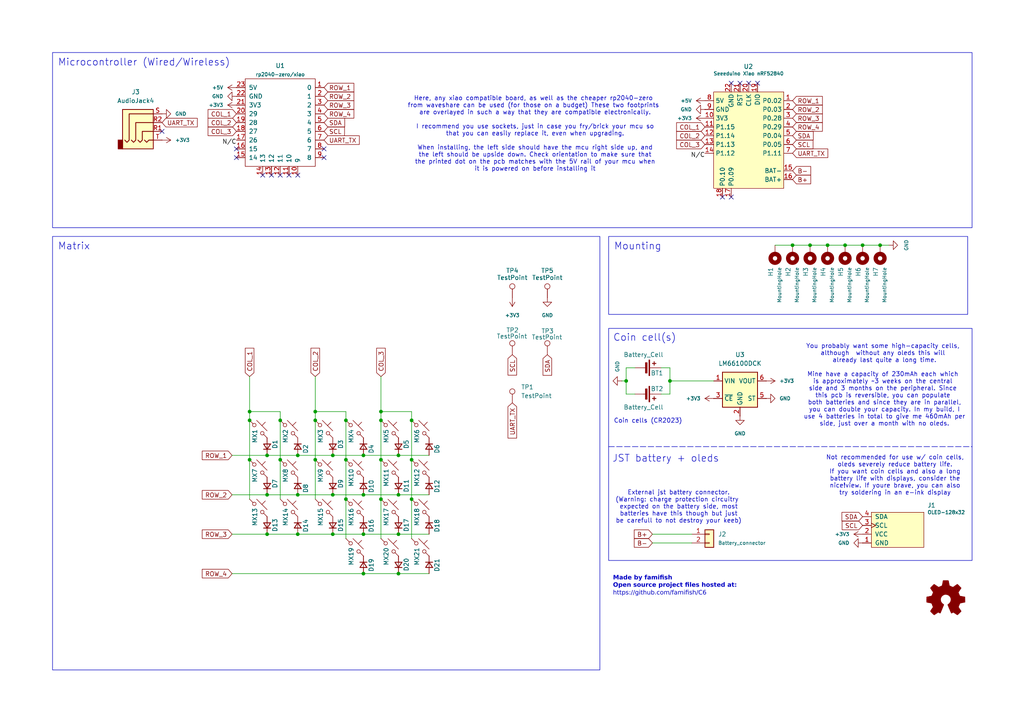
<source format=kicad_sch>
(kicad_sch (version 20231120) (generator "eeschema") (generator_version "8.0")
  (paper "A4")
  (title_block (title "C6") (rev "0.0.0"))
  (lib_symbols
    (symbol "Connector:TestPoint" (pin_numbers hide) (pin_names (offset 0.762) hide)
      (property "Reference" "TP" (at 0 6.858 0))
      (property "Value" "TestPoint" (at 0 5.08 0))
      (symbol "TestPoint_1_1"
        (pin passive line (at 0 0 90) (length 2.54) (name "1") (number "1"))
      )
    )
    (symbol "Connector_Audio:AudioJack4"
      (property "Reference" "J" (at 0 8.89 0))
      (property "Value" "AudioJack4" (at 0 6.35 0))
      (symbol "AudioJack4_1_1"
        (pin passive line (at 5.08 -2.54 180) (length 2.54) (name "~") (number "R1"))
        (pin passive line (at 5.08 0 180) (length 2.54) (name "~") (number "R2"))
        (pin passive line (at 5.08 2.54 180) (length 2.54) (name "~") (number "S"))
        (pin passive line (at 5.08 -5.08 180) (length 2.54) (name "~") (number "T"))
      )
    )
    (symbol "Connector_Generic:Conn_01x02" (pin_names (offset 1.016) hide)
      (property "Reference" "J" (at 0 2.54 0))
      (property "Value" "Conn_01x02" (at 0 -5.08 0))
      (symbol "Conn_01x02_1_1"
        (pin passive line (at -5.08 0 0) (length 3.81) (name "Pin_1") (number "1"))
        (pin passive line (at -5.08 -2.54 0) (length 3.81) (name "Pin_2") (number "2"))
      )
    )
    (symbol "Device:Battery_Cell" (pin_numbers hide) (pin_names (offset 0) hide)
      (property "Reference" "BT" (at 2.54 2.54 0))
      (property "Value" "Battery_Cell" (at 2.54 0 0))
      (symbol "Battery_Cell_1_1"
        (pin passive line (at 0 5.08 270) (length 2.54) (name "+") (number "1"))
        (pin passive line (at 0 -2.54 90) (length 2.54) (name "-") (number "2"))
      )
    )
    (symbol "Device:D_Small" (pin_numbers hide) (pin_names (offset 0.254) hide)
      (property "Reference" "D" (at -1.27 2.032 0))
      (property "Value" "D_Small" (at -3.81 -2.032 0))
      (symbol "D_Small_1_1"
        (pin passive line (at -2.54 0 0) (length 1.778) (name "K") (number "1"))
        (pin passive line (at 2.54 0 180) (length 1.778) (name "A") (number "2"))
      )
    )
    (symbol "Graphic:Logo_Open_Hardware_Small" (in_bom no) (on_board no))
    (symbol "Mechanical:MountingHole_Pad" (pin_numbers hide) (pin_names (offset 1.016) hide) (exclude_from_sim yes) (in_bom no)
      (property "Reference" "H" (at 0 6.35 0))
      (property "Value" "MountingHole_Pad" (at 0 4.445 0))
      (symbol "MountingHole_Pad_1_1"
        (pin input line (at 0 -2.54 90) (length 2.54) (name "1") (number "1"))
      )
    )
    (symbol "PCM_marbastlib-mx:MX_SW_solder" (pin_numbers hide) (pin_names (offset 1.016) hide)
      (property "Reference" "MX" (at 3.048 1.016 0))
      (property "Value" "MX_SW_solder" (at 0 -3.81 0))
      (symbol "MX_SW_solder_0_1"
        (pin passive line (at -2.54 2.54 0) (length 0) (name "1") (number "1"))
        (pin passive line (at 2.54 -2.54 180) (length 0) (name "2") (number "2"))
      )
    )
    (symbol "PCM_marbastlib-promicroish:Seeeduino_Xiao_nRF52840" (in_bom no)
      (property "Reference" "U" (at -10.16 -12.7 0))
      (property "Value" "Seeeduino Xiao nRF52840" (at -10.16 -15.24 0))
      (symbol "Seeeduino_Xiao_nRF52840_1_0"
        (pin bidirectional line (at -12.7 13.97 0) (length 2.54) (name "P0.02") (number "1"))
        (pin power_out line (at 12.7 8.89 180) (length 2.54) (name "3V3") (number "10"))
        (pin bidirectional line (at 12.7 6.35 180) (length 2.54) (name "P1.15") (number "11"))
        (pin bidirectional line (at 12.7 3.81 180) (length 2.54) (name "P1.14") (number "12"))
        (pin bidirectional line (at 12.7 1.27 180) (length 2.54) (name "P1.13") (number "13"))
        (pin bidirectional line (at 12.7 -1.27 180) (length 2.54) (name "P1.12") (number "14"))
        (pin power_in line (at -12.7 -6.35 0) (length 2.54) (name "BAT-") (number "15"))
        (pin power_in line (at -12.7 -8.89 0) (length 2.54) (name "BAT+") (number "16"))
        (pin bidirectional line (at 5.08 -13.97 90) (length 2.54) (name "P0.09") (number "17"))
        (pin bidirectional line (at 7.62 -13.97 90) (length 2.54) (name "P0.10") (number "18"))
        (pin bidirectional line (at -2.54 19.05 270) (length 2.54) (name "DIO") (number "19"))
        (pin bidirectional line (at -12.7 11.43 0) (length 2.54) (name "P0.03") (number "2"))
        (pin bidirectional line (at 0 19.05 270) (length 2.54) (name "CLK") (number "20"))
        (pin bidirectional line (at 2.54 19.05 270) (length 2.54) (name "RST") (number "21"))
        (pin power_out line (at 5.08 19.05 270) (length 2.54) (name "GND") (number "22"))
        (pin bidirectional line (at -12.7 8.89 0) (length 2.54) (name "P0.28") (number "3"))
        (pin bidirectional line (at -12.7 6.35 0) (length 2.54) (name "P0.29") (number "4"))
        (pin bidirectional line (at -12.7 3.81 0) (length 2.54) (name "P0.04") (number "5"))
        (pin bidirectional line (at -12.7 1.27 0) (length 2.54) (name "P0.05") (number "6"))
        (pin bidirectional line (at -12.7 -1.27 0) (length 2.54) (name "P1.11") (number "7"))
        (pin power_out line (at 12.7 13.97 180) (length 2.54) (name "5V") (number "8"))
        (pin power_out line (at 12.7 11.43 180) (length 2.54) (name "GND") (number "9"))
      )
    )
    (symbol "Power_Management:LM66100DCK"
      (property "Reference" "U" (at -5.08 6.096 0))
      (property "Value" "LM66100DCK" (at 0.254 -6.35 0))
      (symbol "LM66100DCK_1_1"
        (pin power_in line (at -7.62 2.54 0) (length 2.54) (name "VIN") (number "1"))
        (pin power_in line (at 0 -7.62 90) (length 2.54) (name "GND") (number "2"))
        (pin input line (at -7.62 -2.54 0) (length 2.54) (name "~{CE}") (number "3"))
        (pin no_connect line (at 0 5.08 270) (length 2.54) hide (name "NC") (number "4"))
        (pin open_collector line (at 7.62 -2.54 180) (length 2.54) (name "ST") (number "5"))
        (pin power_out line (at 7.62 2.54 180) (length 2.54) (name "VOUT") (number "6"))
      )
    )
    (symbol "display:OLED-128x32" (pin_names (offset 1.016))
      (property "Reference" "J" (at 0 -6.35 0))
      (property "Value" "OLED-128x32" (at 0 6.35 0))
      (symbol "OLED-128x32_1_1"
        (pin power_in line (at -2.54 -3.81 0) (length 2.54) (name "GND") (number "1"))
        (pin power_in line (at -2.54 -1.27 0) (length 2.54) (name "VCC") (number "2"))
        (pin input clock (at -2.54 1.27 0) (length 2.54) (name "SCL") (number "3"))
        (pin bidirectional line (at -2.54 3.81 0) (length 2.54) (name "SDA") (number "4"))
      )
    )
    (symbol "mcu:rp2040-zero" (pin_names (offset 1.016))
      (property "Reference" "U" (at 0 15.24 0))
      (property "Value" "rp2040-zero" (at 0 12.7 0))
      (symbol "rp2040-zero_1_1"
        (pin bidirectional line (at 12.7 8.89 180) (length 2.54) (name "0") (number "1"))
        (pin bidirectional line (at 5.08 -16.51 90) (length 2.54) (name "9") (number "10"))
        (pin bidirectional line (at 2.54 -16.51 90) (length 2.54) (name "10") (number "11"))
        (pin bidirectional line (at 0 -16.51 90) (length 2.54) (name "11") (number "12"))
        (pin bidirectional line (at -2.54 -16.51 90) (length 2.54) (name "12") (number "13"))
        (pin bidirectional line (at -5.08 -16.51 90) (length 2.54) (name "13") (number "14"))
        (pin bidirectional line (at -12.7 -11.43 0) (length 2.54) (name "14") (number "15"))
        (pin bidirectional line (at -12.7 -8.89 0) (length 2.54) (name "15") (number "16"))
        (pin bidirectional line (at -12.7 -6.35 0) (length 2.54) (name "26") (number "17"))
        (pin bidirectional line (at -12.7 -3.81 0) (length 2.54) (name "27") (number "18"))
        (pin bidirectional line (at -12.7 -1.27 0) (length 2.54) (name "28") (number "19"))
        (pin bidirectional line (at 12.7 6.35 180) (length 2.54) (name "1") (number "2"))
        (pin bidirectional line (at -12.7 1.27 0) (length 2.54) (name "29") (number "20"))
        (pin power_out line (at -12.7 3.81 0) (length 2.54) (name "3V3") (number "21"))
        (pin power_out line (at -12.7 6.35 0) (length 2.54) (name "GND") (number "22"))
        (pin power_out line (at -12.7 8.89 0) (length 2.54) (name "5V") (number "23"))
        (pin bidirectional line (at 12.7 3.81 180) (length 2.54) (name "2") (number "3"))
        (pin bidirectional line (at 12.7 1.27 180) (length 2.54) (name "3") (number "4"))
        (pin bidirectional line (at 12.7 -1.27 180) (length 2.54) (name "4") (number "5"))
        (pin bidirectional line (at 12.7 -3.81 180) (length 2.54) (name "5") (number "6"))
        (pin bidirectional line (at 12.7 -6.35 180) (length 2.54) (name "6") (number "7"))
        (pin bidirectional line (at 12.7 -8.89 180) (length 2.54) (name "7") (number "8"))
        (pin bidirectional line (at 12.7 -11.43 180) (length 2.54) (name "8") (number "9"))
      )
    )
    (symbol "power:+3V3" (power) (pin_numbers hide) (pin_names (offset 0) hide)
      (property "Value" "+3V3" (at 0 3.556 0))
      (symbol "+3V3_1_1"
        (pin power_in line (at 0 0 90) (length 0) (name "~") (number "1"))
      )
    )
    (symbol "power:+5V" (power) (pin_numbers hide) (pin_names (offset 0) hide)
      (property "Value" "+5V" (at 0 3.556 0))
      (symbol "+5V_1_1"
        (pin power_in line (at 0 0 90) (length 0) (name "~") (number "1"))
      )
    )
    (symbol "power:GND" (power) (pin_numbers hide) (pin_names (offset 0) hide)
      (property "Value" "GND" (at 0 -3.81 0))
      (symbol "GND_1_1"
        (pin power_in line (at 0 0 270) (length 0) (name "~") (number "1"))
      )
    )
  )
  (junction (at 105.41 154.94))
  (junction (at 72.39 119.38))
  (junction (at 96.52 143.51))
  (junction (at 91.44 133.35))
  (junction (at 110.49 119.38))
  (junction (at 96.52 154.94))
  (junction (at 255.27 71.12))
  (junction (at 72.39 121.92))
  (junction (at 81.28 133.35))
  (junction (at 72.39 133.35))
  (junction (at 86.36 132.08))
  (junction (at 110.49 133.35))
  (junction (at 96.52 132.08))
  (junction (at 100.33 121.92))
  (junction (at 240.03 71.12))
  (junction (at 81.28 121.92))
  (junction (at 77.47 154.94))
  (junction (at 86.36 143.51))
  (junction (at 110.49 121.92))
  (junction (at 229.87 71.12))
  (junction (at 181.61 110.49))
  (junction (at 105.41 166.37))
  (junction (at 105.41 143.51))
  (junction (at 115.57 166.37))
  (junction (at 119.38 133.35))
  (junction (at 194.31 110.49))
  (junction (at 77.47 132.08))
  (junction (at 100.33 144.78))
  (junction (at 245.11 71.12))
  (junction (at 115.57 154.94))
  (junction (at 234.95 71.12))
  (junction (at 91.44 121.92))
  (junction (at 105.41 132.08))
  (junction (at 115.57 143.51))
  (junction (at 250.19 71.12))
  (junction (at 115.57 132.08))
  (junction (at 119.38 144.78))
  (junction (at 91.44 119.38))
  (junction (at 77.47 143.51))
  (junction (at 86.36 154.94))
  (junction (at 110.49 144.78))
  (junction (at 100.33 133.35))
  (junction (at 119.38 121.92))
  (no_connect (at 68.58 45.72))
  (no_connect (at 214.63 24.13))
  (no_connect (at 93.98 43.18))
  (no_connect (at 86.36 50.8))
  (no_connect (at 68.58 43.18))
  (no_connect (at 212.09 24.13))
  (no_connect (at 78.74 50.8))
  (no_connect (at 76.2 50.8))
  (no_connect (at 212.09 57.15))
  (no_connect (at 83.82 50.8))
  (no_connect (at 219.71 24.13))
  (no_connect (at 81.28 50.8))
  (no_connect (at 209.55 57.15))
  (no_connect (at 217.17 24.13))
  (no_connect (at 93.98 45.72))
  (no_connect (at 46.99 38.1))
  (wire (pts (xy 67.31 166.37) (xy 105.41 166.37)))
  (wire (pts (xy 119.38 144.78) (xy 119.38 156.21)))
  (wire (pts (xy 100.33 144.78) (xy 100.33 156.21)))
  (wire (pts (xy 72.39 119.38) (xy 72.39 121.92)))
  (wire (pts (xy 110.49 121.92) (xy 110.49 133.35)))
  (wire (pts (xy 91.44 109.22) (xy 91.44 119.38)))
  (wire (pts (xy 81.28 121.92) (xy 81.28 133.35)))
  (wire (pts (xy 181.61 114.3) (xy 181.61 110.49)))
  (wire (pts (xy 115.57 154.94) (xy 124.46 154.94)))
  (wire (pts (xy 194.31 114.3) (xy 191.77 114.3)))
  (wire (pts (xy 189.23 154.94) (xy 200.66 154.94)))
  (wire (pts (xy 105.41 143.51) (xy 115.57 143.51)))
  (wire (pts (xy 110.49 119.38) (xy 119.38 119.38)))
  (wire (pts (xy 119.38 133.35) (xy 119.38 144.78)))
  (wire (pts (xy 67.31 132.08) (xy 77.47 132.08)))
  (wire (pts (xy 180.34 110.49) (xy 181.61 110.49)))
  (polyline (pts (xy 176.53 129.54) (xy 281.94 129.54)) (stroke (width 0) (type dash)))
  (wire (pts (xy 245.11 71.12) (xy 240.03 71.12)))
  (wire (pts (xy 257.81 71.12) (xy 255.27 71.12)))
  (wire (pts (xy 67.31 154.94) (xy 77.47 154.94)))
  (wire (pts (xy 110.49 119.38) (xy 110.49 121.92)))
  (wire (pts (xy 105.41 154.94) (xy 115.57 154.94)))
  (wire (pts (xy 96.52 132.08) (xy 105.41 132.08)))
  (wire (pts (xy 119.38 121.92) (xy 119.38 133.35)))
  (wire (pts (xy 72.39 121.92) (xy 72.39 133.35)))
  (wire (pts (xy 255.27 71.12) (xy 250.19 71.12)))
  (wire (pts (xy 77.47 132.08) (xy 86.36 132.08)))
  (wire (pts (xy 86.36 143.51) (xy 96.52 143.51)))
  (wire (pts (xy 181.61 106.68) (xy 184.15 106.68)))
  (wire (pts (xy 194.31 114.3) (xy 194.31 110.49)))
  (wire (pts (xy 234.95 71.12) (xy 229.87 71.12)))
  (wire (pts (xy 72.39 119.38) (xy 81.28 119.38)))
  (wire (pts (xy 200.66 157.48) (xy 189.23 157.48)))
  (wire (pts (xy 105.41 132.08) (xy 115.57 132.08)))
  (wire (pts (xy 110.49 133.35) (xy 110.49 144.78)))
  (wire (pts (xy 72.39 133.35) (xy 72.39 144.78)))
  (wire (pts (xy 194.31 110.49) (xy 194.31 106.68)))
  (wire (pts (xy 91.44 119.38) (xy 100.33 119.38)))
  (wire (pts (xy 240.03 71.12) (xy 234.95 71.12)))
  (wire (pts (xy 115.57 132.08) (xy 124.46 132.08)))
  (wire (pts (xy 181.61 110.49) (xy 181.61 106.68)))
  (wire (pts (xy 96.52 154.94) (xy 105.41 154.94)))
  (wire (pts (xy 77.47 154.94) (xy 86.36 154.94)))
  (wire (pts (xy 81.28 119.38) (xy 81.28 121.92)))
  (wire (pts (xy 100.33 119.38) (xy 100.33 121.92)))
  (wire (pts (xy 86.36 154.94) (xy 96.52 154.94)))
  (wire (pts (xy 119.38 119.38) (xy 119.38 121.92)))
  (wire (pts (xy 91.44 133.35) (xy 91.44 144.78)))
  (wire (pts (xy 81.28 133.35) (xy 81.28 144.78)))
  (wire (pts (xy 100.33 121.92) (xy 100.33 133.35)))
  (wire (pts (xy 91.44 119.38) (xy 91.44 121.92)))
  (wire (pts (xy 105.41 166.37) (xy 115.57 166.37)))
  (wire (pts (xy 96.52 143.51) (xy 105.41 143.51)))
  (wire (pts (xy 110.49 144.78) (xy 110.49 156.21)))
  (wire (pts (xy 72.39 109.22) (xy 72.39 119.38)))
  (wire (pts (xy 115.57 166.37) (xy 124.46 166.37)))
  (wire (pts (xy 67.31 143.51) (xy 77.47 143.51)))
  (wire (pts (xy 250.19 71.12) (xy 245.11 71.12)))
  (wire (pts (xy 194.31 110.49) (xy 207.01 110.49)))
  (wire (pts (xy 194.31 106.68) (xy 191.77 106.68)))
  (wire (pts (xy 110.49 109.22) (xy 110.49 119.38)))
  (wire (pts (xy 91.44 121.92) (xy 91.44 133.35)))
  (wire (pts (xy 100.33 133.35) (xy 100.33 144.78)))
  (wire (pts (xy 77.47 143.51) (xy 86.36 143.51)))
  (wire (pts (xy 229.87 71.12) (xy 224.79 71.12)))
  (wire (pts (xy 181.61 114.3) (xy 184.15 114.3)))
  (wire (pts (xy 115.57 143.51) (xy 124.46 143.51)))
  (wire (pts (xy 86.36 132.08) (xy 96.52 132.08)))
  (text_box "" (at 176.53 95.25 0) (size 105.41 67.31) (effects (font (size 2.032 2.032)) (justify left top)))
  (text_box "Mounting" (at 176.53 68.58 0) (size 104.14 22.606) (effects (font (size 2.032 2.032)) (justify left top)))
  (text_box "Microcontroller (Wired/Wireless)" (at 15.24 15.24 0) (size 266.7 50.8) (effects (font (size 2.032 2.032)) (justify left top)))
  (text_box "Matrix" (at 15.24 68.58 0) (size 158.75 125.73) (effects (font (size 2.032 2.032)) (justify left top)))
  (text "JST battery + oleds" (at 177.546 133.096 0) (effects (font (size 2.032 2.032)) (justify left)))
  (text "External jst battery connector.\n(Warning: charge protection circuitry \nexpected on the battery side, most\nbatteries have this though but just\nbe carefull to not destroy your keeb)" (at 196.85 147.066 0) (effects (font (size 1.27 1.27))))
  (text "You probably want some high-capacity cells, \nalthough  without any oleds this will \nalready last quite a long time.\n\nMine have a capacity of 230mAh each which \nis approximately ~3 weeks on the central \nside and 3 months on the peripheral. Since \nthis pcb is reversible, you can populate \nboth batteries and since they are in parallel,\nyou can double your capacity. In my build, I\nuse 4 batteries in total to give me 460mAh per\nside, just over a month with no oleds." (at 256.54 111.76 0) (effects (font (size 1.27 1.27))))
  (text "Made by famifish\nOpen source project files hosted at:" (at 177.8 169.164 0) (effects (font (size 1.27 1.27) (thickness 0.254) (bold yes) (italic yes)) (justify left)))
  (text "Coin cell(s)" (at 177.8 98.044 0) (effects (font (size 2.032 2.032)) (justify left)))
  (text "Not recommended for use w/ coin cells,\noleds severely reduce battery life.\nIf you want coin cells and also a long\nbattery life with displays, consider the\nnice!view. If youre brave, you can also\ntry soldering in an e-ink display" (at 259.588 137.922 0) (effects (font (size 1.27 1.27))))
  (text "https://github.com/famifish/C6" (at 177.8 172.466 0) (effects (font (size 1.27 1.27) (italic yes)) (justify left)))
  (text "Here, any xiao compatible board, as well as the cheaper rp2040-zero \nfrom waveshare can be used (for those on a budget) These two footprints \nare overlayed in such a way that they are compatible electronically.\n\nI recommend you use sockets, just in case you fry/brick your mcu so\nthat you can easily replace it, even when upgrading.\n\nWhen installing, the left side should have the mcu right side up, and\nthe left should be upside down. Check orientation to make sure that\nthe printed dot on the pcb matches with the 5V rail of your mcu when\nit is powered on before installing it" (at 155.194 38.862 0) (effects (font (size 1.27 1.27))))
  (text "Coin cells (CR2023)" (at 187.96 122.174 0) (effects (font (size 1.27 1.27))))
  (label "N{slash}C" (at 68.58 40.64 180))
  (label "N{slash}C" (at 204.47 44.45 180))
  (global_label "B-" (shape input) (at 189.23 157.48 180) (property "Intersheetrefs" "${INTERSHEET_REFS}" (effects (hide yes))))
  (global_label "B+" (shape input) (at 229.87 52.07 0) (property "Intersheetrefs" "${INTERSHEET_REFS}" (effects (hide yes))))
  (global_label "ROW_4" (shape input) (at 67.31 166.37 180) (property "Intersheetrefs" "${INTERSHEET_REFS}" (effects (hide yes))))
  (global_label "ROW_3" (shape input) (at 67.31 154.94 180) (property "Intersheetrefs" "${INTERSHEET_REFS}" (effects (hide yes))))
  (global_label "ROW_2" (shape input) (at 229.87 31.75 0) (property "Intersheetrefs" "${INTERSHEET_REFS}" (effects (hide yes))))
  (global_label "COL_1" (shape input) (at 204.47 36.83 180) (property "Intersheetrefs" "${INTERSHEET_REFS}" (effects (hide yes))))
  (global_label "SDA" (shape input) (at 158.75 102.87 270) (property "Intersheetrefs" "${INTERSHEET_REFS}" (effects (hide yes))))
  (global_label "ROW_3" (shape input) (at 93.98 30.48 0) (property "Intersheetrefs" "${INTERSHEET_REFS}" (effects (hide yes))))
  (global_label "COL_3" (shape input) (at 68.58 38.1 180) (property "Intersheetrefs" "${INTERSHEET_REFS}" (effects (hide yes))))
  (global_label "UART_TX" (shape input) (at 148.59 116.84 270) (property "Intersheetrefs" "${INTERSHEET_REFS}" (effects (hide yes))))
  (global_label "ROW_1" (shape input) (at 93.98 25.4 0) (property "Intersheetrefs" "${INTERSHEET_REFS}" (effects (hide yes))))
  (global_label "ROW_1" (shape input) (at 67.31 132.08 180) (property "Intersheetrefs" "${INTERSHEET_REFS}" (effects (hide yes))))
  (global_label "ROW_1" (shape input) (at 229.87 29.21 0) (property "Intersheetrefs" "${INTERSHEET_REFS}" (effects (hide yes))))
  (global_label "COL_2" (shape input) (at 91.44 109.22 90) (property "Intersheetrefs" "${INTERSHEET_REFS}" (effects (hide yes))))
  (global_label "SDA" (shape input) (at 229.87 39.37 0) (property "Intersheetrefs" "${INTERSHEET_REFS}" (effects (hide yes))))
  (global_label "B+" (shape input) (at 189.23 154.94 180) (property "Intersheetrefs" "${INTERSHEET_REFS}" (effects (hide yes))))
  (global_label "COL_3" (shape input) (at 110.49 109.22 90) (property "Intersheetrefs" "${INTERSHEET_REFS}" (effects (hide yes))))
  (global_label "ROW_2" (shape input) (at 93.98 27.94 0) (property "Intersheetrefs" "${INTERSHEET_REFS}" (effects (hide yes))))
  (global_label "ROW_2" (shape input) (at 67.31 143.51 180) (property "Intersheetrefs" "${INTERSHEET_REFS}" (effects (hide yes))))
  (global_label "B-" (shape input) (at 229.87 49.53 0) (property "Intersheetrefs" "${INTERSHEET_REFS}" (effects (hide yes))))
  (global_label "SCL" (shape input) (at 250.19 152.4 180) (property "Intersheetrefs" "${INTERSHEET_REFS}" (effects (hide yes))))
  (global_label "UART_TX" (shape input) (at 46.99 35.56 0) (property "Intersheetrefs" "${INTERSHEET_REFS}" (effects (hide yes))))
  (global_label "UART_TX" (shape input) (at 93.98 40.64 0) (property "Intersheetrefs" "${INTERSHEET_REFS}" (effects (hide yes))))
  (global_label "ROW_4" (shape input) (at 229.87 36.83 0) (property "Intersheetrefs" "${INTERSHEET_REFS}" (effects (hide yes))))
  (global_label "COL_1" (shape input) (at 68.58 33.02 180) (property "Intersheetrefs" "${INTERSHEET_REFS}" (effects (hide yes))))
  (global_label "COL_2" (shape input) (at 204.47 39.37 180) (property "Intersheetrefs" "${INTERSHEET_REFS}" (effects (hide yes))))
  (global_label "UART_TX" (shape input) (at 229.87 44.45 0) (property "Intersheetrefs" "${INTERSHEET_REFS}" (effects (hide yes))))
  (global_label "SDA" (shape input) (at 93.98 35.56 0) (property "Intersheetrefs" "${INTERSHEET_REFS}" (effects (hide yes))))
  (global_label "SCL" (shape input) (at 229.87 41.91 0) (property "Intersheetrefs" "${INTERSHEET_REFS}" (effects (hide yes))))
  (global_label "COL_2" (shape input) (at 68.58 35.56 180) (property "Intersheetrefs" "${INTERSHEET_REFS}" (effects (hide yes))))
  (global_label "ROW_3" (shape input) (at 229.87 34.29 0) (property "Intersheetrefs" "${INTERSHEET_REFS}" (effects (hide yes))))
  (global_label "SCL" (shape input) (at 148.59 102.87 270) (property "Intersheetrefs" "${INTERSHEET_REFS}" (effects (hide yes))))
  (global_label "COL_3" (shape input) (at 204.47 41.91 180) (property "Intersheetrefs" "${INTERSHEET_REFS}" (effects (hide yes))))
  (global_label "ROW_4" (shape input) (at 93.98 33.02 0) (property "Intersheetrefs" "${INTERSHEET_REFS}" (effects (hide yes))))
  (global_label "SDA" (shape input) (at 250.19 149.86 180) (property "Intersheetrefs" "${INTERSHEET_REFS}" (effects (hide yes))))
  (global_label "COL_1" (shape input) (at 72.39 109.22 90) (property "Intersheetrefs" "${INTERSHEET_REFS}" (effects (hide yes))))
  (global_label "SCL" (shape input) (at 93.98 38.1 0) (property "Intersheetrefs" "${INTERSHEET_REFS}" (effects (hide yes))))
  (symbol (lib_id "PCM_marbastlib-mx:MX_SW_solder") (at 83.82 135.89 0) (unit 1)
    (property "Reference" "MX8" (at 82.804 135.89 90) (effects (justify right)))
    (property "Value" "MX_SW_solder" (effects (hide yes)))
    (property "Footprint" "MX_V2_MX_Optional_Reversible:MX-Optional-Reversible-1U" (effects (hide yes)))
    (property "Description" "Push button switch, normally open, two pins, 45° tilted" (effects (hide yes)))
  )
  (symbol (lib_id "power:+3V3") (at 46.99 40.64 270) (unit 1)
    (property "Reference" "#PWR016" (effects (hide yes)))
    (property "Value" "+3V3" (at 50.8 40.6399 90) (effects (font (size 1.016 1.016)) (justify left)))
    (property "Description" "Power symbol creates a global label with name \"+3V3\"" (effects (hide yes)))
  )
  (symbol (lib_id "PCM_marbastlib-mx:MX_SW_solder") (at 121.92 124.46 0) (unit 1)
    (property "Reference" "MX6" (at 120.904 124.46 90) (effects (justify right)))
    (property "Value" "MX_SW_solder" (effects (hide yes)))
    (property "Footprint" "MX_V2_MX_Optional_Reversible:MX-Optional-Reversible-1U" (effects (hide yes)))
    (property "Description" "Push button switch, normally open, two pins, 45° tilted" (effects (hide yes)))
  )
  (symbol (lib_id "power:GND") (at 257.81 71.12 90) (unit 1)
    (property "Reference" "#PWR07" (effects (hide yes)))
    (property "Value" "GND" (at 262.89 71.12 0) (effects (font (size 1.016 1.016))))
    (property "Description" "Power symbol creates a global label with name \"GND\" , ground" (effects (hide yes)))
  )
  (symbol (lib_id "power:+3V3") (at 148.59 86.36 180) (unit 1)
    (property "Reference" "#PWR015" (effects (hide yes)))
    (property "Value" "+3V3" (at 148.59 91.44 0) (effects (font (size 1.016 1.016))))
    (property "Description" "Power symbol creates a global label with name \"+3V3\"" (effects (hide yes)))
  )
  (symbol (lib_id "Device:D_Small") (at 124.46 140.97 90) (mirror x) (unit 1)
    (property "Reference" "D12" (at 126.746 143.002 0) (effects (justify right)))
    (property "Value" "D_Small" (effects (hide yes)))
    (property "Footprint" "misc:Diode_THT_SMD" (effects (hide yes)))
    (property "Description" "Diode, small symbol" (effects (hide yes)))
    (property "Sim.Device" "D" (effects (hide yes)))
    (property "Sim.Pins" "1=K 2=A" (effects (hide yes)))
  )
  (symbol (lib_id "PCM_marbastlib-mx:MX_SW_solder") (at 113.03 124.46 0) (unit 1)
    (property "Reference" "MX5" (at 112.014 124.46 90) (effects (justify right)))
    (property "Value" "MX_SW_solder" (effects (hide yes)))
    (property "Footprint" "MX_V2_MX_Optional_Reversible:MX-Optional-Reversible-1U" (effects (hide yes)))
    (property "Description" "Push button switch, normally open, two pins, 45° tilted" (effects (hide yes)))
  )
  (symbol (lib_id "PCM_marbastlib-mx:MX_SW_solder") (at 113.03 135.89 0) (unit 1)
    (property "Reference" "MX11" (at 112.014 135.89 90) (effects (justify right)))
    (property "Value" "MX_SW_solder" (effects (hide yes)))
    (property "Footprint" "MX_V2_MX_Optional_Reversible:MX-Optional-Reversible-1U" (effects (hide yes)))
    (property "Description" "Push button switch, normally open, two pins, 45° tilted" (effects (hide yes)))
  )
  (symbol (lib_id "power:GND") (at 222.25 115.57 90) (unit 1)
    (property "Reference" "#PWR011" (effects (hide yes)))
    (property "Value" "GND" (at 226.06 115.5699 90) (effects (font (size 1.016 1.016)) (justify right)))
    (property "Description" "Power symbol creates a global label with name \"GND\" , ground" (effects (hide yes)))
  )
  (symbol (lib_id "Power_Management:LM66100DCK") (at 214.63 113.03 0) (unit 1)
    (property "Reference" "U3" (at 214.63 102.87 0))
    (property "Value" "LM66100DCK" (at 214.63 105.41 0))
    (property "Footprint" "Package_TO_SOT_SMD:SOT-363_SC-70-6_Handsoldering" (effects (hide yes)))
    (property "Datasheet" "https://www.ti.com/lit/ds/symlink/lm66100.pdf" (effects (hide yes)))
    (property "Description" "Ideal Diode With Input Polarity Protection 1.5 - 5.5V  Input Voltage, 1.5A Output Current, Ron 141 mOhm, SC-70-6" (effects (hide yes)))
  )
  (symbol (lib_id "Mechanical:MountingHole_Pad") (at 250.19 73.66 0) (mirror x) (unit 1) (exclude_from_sim yes) (in_bom no)
    (property "Reference" "H6" (at 248.9199 77.47 90) (effects (justify left)))
    (property "Value" "MountingHole" (at 251.4599 77.47 90) (effects (font (size 1.016 1.016)) (justify left)))
    (property "Footprint" "MountingHole:MountingHole_2.2mm_M2_Pad" (effects (hide yes)))
    (property "Description" "Mounting Hole with connection" (effects (hide yes)))
  )
  (symbol (lib_id "Connector:TestPoint") (at 158.75 102.87 0) (unit 1)
    (property "Reference" "TP3" (at 156.972 96.012 0) (effects (justify left)))
    (property "Value" "TestPoint" (at 154.178 97.79 0) (effects (justify left)))
    (property "Footprint" "TestPoint:TestPoint_Pad_D1.5mm" (effects (hide yes)))
    (property "Description" "test point" (effects (hide yes)))
  )
  (symbol (lib_id "PCM_marbastlib-mx:MX_SW_solder") (at 121.92 135.89 0) (unit 1)
    (property "Reference" "MX12" (at 120.904 135.89 90) (effects (justify right)))
    (property "Value" "MX_SW_solder" (effects (hide yes)))
    (property "Footprint" "MX_V2_MX_Optional_Reversible:MX-Optional-Reversible-1U" (effects (hide yes)))
    (property "Description" "Push button switch, normally open, two pins, 45° tilted" (effects (hide yes)))
  )
  (symbol (lib_id "PCM_marbastlib-mx:MX_SW_solder") (at 121.92 147.32 0) (unit 1)
    (property "Reference" "MX18" (at 120.904 147.32 90) (effects (justify right)))
    (property "Value" "MX_SW_solder" (effects (hide yes)))
    (property "Footprint" "MX_V2_MX_Optional_Reversible:MX-Optional-Reversible-1U" (effects (hide yes)))
    (property "Description" "Push button switch, normally open, two pins, 45° tilted" (effects (hide yes)))
  )
  (symbol (lib_id "Mechanical:MountingHole_Pad") (at 224.79 73.66 0) (mirror x) (unit 1) (exclude_from_sim yes) (in_bom no)
    (property "Reference" "H1" (at 223.5199 77.47 90) (effects (justify left)))
    (property "Value" "MountingHole" (at 226.0599 77.47 90) (effects (font (size 1.016 1.016)) (justify left)))
    (property "Footprint" "MountingHole:MountingHole_2.2mm_M2_Pad" (effects (hide yes)))
    (property "Description" "Mounting Hole with connection" (effects (hide yes)))
  )
  (symbol (lib_id "mcu:rp2040-zero") (at 81.28 34.29 0) (unit 1)
    (property "Reference" "U1" (at 81.28 19.05 0))
    (property "Value" "rp2040-zero/xiao" (at 81.28 21.59 0) (effects (font (size 1.016 1.016))))
    (property "Footprint" "mcu:rp2040-zero-tht" (effects (hide yes)))
  )
  (symbol (lib_id "Device:Battery_Cell") (at 186.69 114.3 270) (unit 1)
    (property "Reference" "BT2" (at 188.722 112.776 90) (effects (justify left)))
    (property "Value" "Battery_Cell" (at 180.848 118.11 90) (effects (justify left)))
    (property "Footprint" "misc:BatteryHolder_Keystone_3034_1x20mm_HandSolder_design" (effects (hide yes)))
    (property "Description" "Single-cell battery" (effects (hide yes)))
  )
  (symbol (lib_id "Device:D_Small") (at 86.36 152.4 90) (mirror x) (unit 1)
    (property "Reference" "D14" (at 88.646 154.432 0) (effects (justify right)))
    (property "Value" "D_Small" (effects (hide yes)))
    (property "Footprint" "misc:Diode_THT_SMD" (effects (hide yes)))
    (property "Description" "Diode, small symbol" (effects (hide yes)))
    (property "Sim.Device" "D" (effects (hide yes)))
    (property "Sim.Pins" "1=K 2=A" (effects (hide yes)))
  )
  (symbol (lib_id "power:GND") (at 250.19 157.48 270) (unit 1)
    (property "Reference" "#PWR014" (effects (hide yes)))
    (property "Value" "GND" (at 246.38 157.4799 90) (effects (font (size 1.016 1.016)) (justify right)))
    (property "Description" "Power symbol creates a global label with name \"GND\" , ground" (effects (hide yes)))
  )
  (symbol (lib_id "Device:D_Small") (at 86.36 140.97 90) (mirror x) (unit 1)
    (property "Reference" "D8" (at 88.646 143.002 0) (effects (justify right)))
    (property "Value" "D_Small" (effects (hide yes)))
    (property "Footprint" "misc:Diode_THT_SMD" (effects (hide yes)))
    (property "Description" "Diode, small symbol" (effects (hide yes)))
    (property "Sim.Device" "D" (effects (hide yes)))
    (property "Sim.Pins" "1=K 2=A" (effects (hide yes)))
  )
  (symbol (lib_id "PCM_marbastlib-mx:MX_SW_solder") (at 83.82 124.46 0) (unit 1)
    (property "Reference" "MX2" (at 82.804 124.46 90) (effects (justify right)))
    (property "Value" "MX_SW_solder" (effects (hide yes)))
    (property "Footprint" "MX_V2_MX_Optional_Reversible:MX-Optional-Reversible-1U" (effects (hide yes)))
    (property "Description" "Push button switch, normally open, two pins, 45° tilted" (effects (hide yes)))
  )
  (symbol (lib_id "Device:D_Small") (at 105.41 140.97 90) (mirror x) (unit 1)
    (property "Reference" "D10" (at 107.696 143.002 0) (effects (justify right)))
    (property "Value" "D_Small" (effects (hide yes)))
    (property "Footprint" "misc:Diode_THT_SMD" (effects (hide yes)))
    (property "Description" "Diode, small symbol" (effects (hide yes)))
    (property "Sim.Device" "D" (effects (hide yes)))
    (property "Sim.Pins" "1=K 2=A" (effects (hide yes)))
  )
  (symbol (lib_id "Device:Battery_Cell") (at 186.69 106.68 270) (mirror x) (unit 1)
    (property "Reference" "BT1" (at 188.722 108.204 90) (effects (justify left)))
    (property "Value" "Battery_Cell" (at 180.848 102.87 90) (effects (justify left)))
    (property "Footprint" "misc:BatteryHolder_Keystone_3034_1x20mm_HandSolder_design" (effects (hide yes)))
    (property "Description" "Single-cell battery" (effects (hide yes)))
  )
  (symbol (lib_id "Device:D_Small") (at 105.41 163.83 90) (mirror x) (unit 1)
    (property "Reference" "D19" (at 107.696 165.862 0) (effects (justify right)))
    (property "Value" "D_Small" (effects (hide yes)))
    (property "Footprint" "misc:Diode_THT_SMD" (effects (hide yes)))
    (property "Description" "Diode, small symbol" (effects (hide yes)))
    (property "Sim.Device" "D" (effects (hide yes)))
    (property "Sim.Pins" "1=K 2=A" (effects (hide yes)))
  )
  (symbol (lib_id "PCM_marbastlib-mx:MX_SW_solder") (at 74.93 147.32 0) (unit 1)
    (property "Reference" "MX13" (at 73.914 147.32 90) (effects (justify right)))
    (property "Value" "MX_SW_solder" (effects (hide yes)))
    (property "Footprint" "MX_V2_MX_Optional_Reversible:MX-Optional-Reversible-1U" (effects (hide yes)))
    (property "Description" "Push button switch, normally open, two pins, 45° tilted" (effects (hide yes)))
  )
  (symbol (lib_id "PCM_marbastlib-mx:MX_SW_solder") (at 102.87 158.75 0) (unit 1)
    (property "Reference" "MX19" (at 101.854 158.75 90) (effects (justify right)))
    (property "Value" "MX_SW_solder" (effects (hide yes)))
    (property "Footprint" "MX_V2_MX_Optional_Reversible:MX-Optional-Reversible-1.5U" (effects (hide yes)))
    (property "Description" "Push button switch, normally open, two pins, 45° tilted" (effects (hide yes)))
  )
  (symbol (lib_id "power:+5V") (at 68.58 25.4 90) (mirror x) (unit 1)
    (property "Reference" "#PWR01" (effects (hide yes)))
    (property "Value" "+5V" (at 64.77 25.4001 90) (effects (font (size 1.016 1.016)) (justify left)))
    (property "Description" "Power symbol creates a global label with name \"+5V\"" (effects (hide yes)))
  )
  (symbol (lib_id "Connector:TestPoint") (at 148.59 116.84 0) (unit 1)
    (property "Reference" "TP1" (at 151.13 112.2679 0) (effects (justify left)))
    (property "Value" "TestPoint" (at 151.13 114.8079 0) (effects (justify left)))
    (property "Footprint" "TestPoint:TestPoint_Pad_D1.5mm" (effects (hide yes)))
    (property "Description" "test point" (effects (hide yes)))
  )
  (symbol (lib_id "PCM_marbastlib-mx:MX_SW_solder") (at 83.82 147.32 0) (unit 1)
    (property "Reference" "MX14" (at 82.804 147.32 90) (effects (justify right)))
    (property "Value" "MX_SW_solder" (effects (hide yes)))
    (property "Footprint" "MX_V2_MX_Optional_Reversible:MX-Optional-Reversible-1U" (effects (hide yes)))
    (property "Description" "Push button switch, normally open, two pins, 45° tilted" (effects (hide yes)))
  )
  (symbol (lib_id "power:GND") (at 180.34 110.49 270) (unit 1)
    (property "Reference" "#PWR08" (effects (hide yes)))
    (property "Value" "GND" (at 179.0699 107.95 0) (effects (font (size 1.016 1.016)) (justify right)))
    (property "Description" "Power symbol creates a global label with name \"GND\" , ground" (effects (hide yes)))
  )
  (symbol (lib_id "Mechanical:MountingHole_Pad") (at 255.27 73.66 0) (mirror x) (unit 1) (exclude_from_sim yes) (in_bom no)
    (property "Reference" "H7" (at 253.9999 77.47 90) (effects (justify left)))
    (property "Value" "MountingHole" (at 256.5399 77.47 90) (effects (font (size 1.016 1.016)) (justify left)))
    (property "Footprint" "MountingHole:MountingHole_2.2mm_M2_Pad" (effects (hide yes)))
    (property "Description" "Mounting Hole with connection" (effects (hide yes)))
  )
  (symbol (lib_id "Device:D_Small") (at 77.47 152.4 90) (unit 1)
    (property "Reference" "D13" (at 79.756 150.368 0) (effects (justify right)))
    (property "Value" "D_Small" (effects (hide yes)))
    (property "Footprint" "misc:Diode_THT_SMD" (effects (hide yes)))
    (property "Description" "Diode, small symbol" (effects (hide yes)))
    (property "Sim.Device" "D" (effects (hide yes)))
    (property "Sim.Pins" "1=K 2=A" (effects (hide yes)))
  )
  (symbol (lib_id "power:+3V3") (at 207.01 115.57 90) (unit 1)
    (property "Reference" "#PWR010" (effects (hide yes)))
    (property "Value" "+3V3" (at 203.2 115.5699 90) (effects (font (size 1.016 1.016)) (justify left)))
    (property "Description" "Power symbol creates a global label with name \"+3V3\"" (effects (hide yes)))
  )
  (symbol (lib_id "Device:D_Small") (at 96.52 152.4 90) (unit 1)
    (property "Reference" "D15" (at 98.806 150.368 0) (effects (justify right)))
    (property "Value" "D_Small" (effects (hide yes)))
    (property "Footprint" "misc:Diode_THT_SMD" (effects (hide yes)))
    (property "Description" "Diode, small symbol" (effects (hide yes)))
    (property "Sim.Device" "D" (effects (hide yes)))
    (property "Sim.Pins" "1=K 2=A" (effects (hide yes)))
  )
  (symbol (lib_id "Device:D_Small") (at 77.47 140.97 90) (unit 1)
    (property "Reference" "D7" (at 79.756 138.938 0) (effects (justify right)))
    (property "Value" "D_Small" (effects (hide yes)))
    (property "Footprint" "misc:Diode_THT_SMD" (effects (hide yes)))
    (property "Description" "Diode, small symbol" (effects (hide yes)))
    (property "Sim.Device" "D" (effects (hide yes)))
    (property "Sim.Pins" "1=K 2=A" (effects (hide yes)))
  )
  (symbol (lib_id "Device:D_Small") (at 105.41 152.4 90) (mirror x) (unit 1)
    (property "Reference" "D16" (at 107.696 154.432 0) (effects (justify right)))
    (property "Value" "D_Small" (effects (hide yes)))
    (property "Footprint" "misc:Diode_THT_SMD" (effects (hide yes)))
    (property "Description" "Diode, small symbol" (effects (hide yes)))
    (property "Sim.Device" "D" (effects (hide yes)))
    (property "Sim.Pins" "1=K 2=A" (effects (hide yes)))
  )
  (symbol (lib_id "PCM_marbastlib-mx:MX_SW_solder") (at 74.93 135.89 0) (unit 1)
    (property "Reference" "MX7" (at 73.914 135.89 90) (effects (justify right)))
    (property "Value" "MX_SW_solder" (effects (hide yes)))
    (property "Footprint" "MX_V2_MX_Optional_Reversible:MX-Optional-Reversible-1U" (effects (hide yes)))
    (property "Description" "Push button switch, normally open, two pins, 45° tilted" (effects (hide yes)))
  )
  (symbol (lib_id "Graphic:Logo_Open_Hardware_Small") (at 274.32 173.99 0) (unit 1) (exclude_from_sim yes) (in_bom no) (on_board no)
    (property "Reference" "#SYM1" (effects (hide yes)))
    (property "Value" "Logo_Open_Hardware_Small" (effects (hide yes)))
    (property "Footprint" "Symbol:OSHW-Symbol_6.7x6mm_SilkScreen" (effects (hide yes)))
    (property "Description" "Open Hardware logo, small" (effects (hide yes)))
  )
  (symbol (lib_id "Device:D_Small") (at 124.46 152.4 90) (mirror x) (unit 1)
    (property "Reference" "D18" (at 126.746 154.432 0) (effects (justify right)))
    (property "Value" "D_Small" (effects (hide yes)))
    (property "Footprint" "misc:Diode_THT_SMD" (effects (hide yes)))
    (property "Description" "Diode, small symbol" (effects (hide yes)))
    (property "Sim.Device" "D" (effects (hide yes)))
    (property "Sim.Pins" "1=K 2=A" (effects (hide yes)))
  )
  (symbol (lib_id "Device:D_Small") (at 115.57 163.83 90) (unit 1)
    (property "Reference" "D20" (at 117.856 161.798 0) (effects (justify right)))
    (property "Value" "D_Small" (effects (hide yes)))
    (property "Footprint" "misc:Diode_THT_SMD" (effects (hide yes)))
    (property "Description" "Diode, small symbol" (effects (hide yes)))
    (property "Sim.Device" "D" (effects (hide yes)))
    (property "Sim.Pins" "1=K 2=A" (effects (hide yes)))
  )
  (symbol (lib_id "display:OLED-128x32") (at 252.73 153.67 0) (unit 1)
    (property "Reference" "J1" (at 268.986 146.558 0) (effects (justify left)))
    (property "Value" "OLED-128x32" (at 268.986 148.59 0) (effects (font (size 1.016 1.016)) (justify left)))
    (property "Footprint" "display:OLED-128x32-double-sided" (effects (hide yes)))
  )
  (symbol (lib_id "PCM_marbastlib-mx:MX_SW_solder") (at 93.98 147.32 0) (unit 1)
    (property "Reference" "MX15" (at 92.964 147.32 90) (effects (justify right)))
    (property "Value" "MX_SW_solder" (effects (hide yes)))
    (property "Footprint" "MX_V2_MX_Optional_Reversible:MX-Optional-Reversible-1U" (effects (hide yes)))
    (property "Description" "Push button switch, normally open, two pins, 45° tilted" (effects (hide yes)))
  )
  (symbol (lib_id "power:+3V3") (at 204.47 34.29 90) (unit 1)
    (property "Reference" "#PWR06" (effects (hide yes)))
    (property "Value" "+3V3" (at 200.66 34.2899 90) (effects (font (size 1.016 1.016)) (justify left)))
    (property "Description" "Power symbol creates a global label with name \"+3V3\"" (effects (hide yes)))
  )
  (symbol (lib_id "Device:D_Small") (at 124.46 129.54 90) (mirror x) (unit 1)
    (property "Reference" "D6" (at 126.746 131.572 0) (effects (justify right)))
    (property "Value" "D_Small" (effects (hide yes)))
    (property "Footprint" "misc:Diode_THT_SMD" (effects (hide yes)))
    (property "Description" "Diode, small symbol" (effects (hide yes)))
    (property "Sim.Device" "D" (effects (hide yes)))
    (property "Sim.Pins" "1=K 2=A" (effects (hide yes)))
  )
  (symbol (lib_id "PCM_marbastlib-mx:MX_SW_solder") (at 93.98 124.46 0) (unit 1)
    (property "Reference" "MX3" (at 92.964 124.46 90) (effects (justify right)))
    (property "Value" "MX_SW_solder" (effects (hide yes)))
    (property "Footprint" "MX_V2_MX_Optional_Reversible:MX-Optional-Reversible-1U" (effects (hide yes)))
    (property "Description" "Push button switch, normally open, two pins, 45° tilted" (effects (hide yes)))
  )
  (symbol (lib_id "Device:D_Small") (at 96.52 140.97 90) (unit 1)
    (property "Reference" "D9" (at 98.806 138.938 0) (effects (justify right)))
    (property "Value" "D_Small" (effects (hide yes)))
    (property "Footprint" "misc:Diode_THT_SMD" (effects (hide yes)))
    (property "Description" "Diode, small symbol" (effects (hide yes)))
    (property "Sim.Device" "D" (effects (hide yes)))
    (property "Sim.Pins" "1=K 2=A" (effects (hide yes)))
  )
  (symbol (lib_id "Device:D_Small") (at 115.57 129.54 90) (unit 1)
    (property "Reference" "D5" (at 117.856 127.508 0) (effects (justify right)))
    (property "Value" "D_Small" (effects (hide yes)))
    (property "Footprint" "misc:Diode_THT_SMD" (effects (hide yes)))
    (property "Description" "Diode, small symbol" (effects (hide yes)))
    (property "Sim.Device" "D" (effects (hide yes)))
    (property "Sim.Pins" "1=K 2=A" (effects (hide yes)))
  )
  (symbol (lib_id "PCM_marbastlib-mx:MX_SW_solder") (at 121.92 158.75 0) (unit 1)
    (property "Reference" "MX21" (at 120.904 158.75 90) (effects (justify right)))
    (property "Value" "MX_SW_solder" (effects (hide yes)))
    (property "Footprint" "MX_V2_MX_Optional_Reversible:MX-Optional-Reversible-1.5U" (effects (hide yes)))
    (property "Description" "Push button switch, normally open, two pins, 45° tilted" (effects (hide yes)))
  )
  (symbol (lib_id "Connector:TestPoint") (at 148.59 86.36 0) (unit 1)
    (property "Reference" "TP4" (at 148.59 78.486 0))
    (property "Value" "TestPoint" (at 148.59 80.518 0))
    (property "Footprint" "TestPoint:TestPoint_Pad_D1.5mm" (effects (hide yes)))
    (property "Description" "test point" (effects (hide yes)))
  )
  (symbol (lib_id "PCM_marbastlib-mx:MX_SW_solder") (at 74.93 124.46 0) (unit 1)
    (property "Reference" "MX1" (at 73.914 124.46 90) (effects (justify right)))
    (property "Value" "MX_SW_solder" (effects (hide yes)))
    (property "Footprint" "MX_V2_MX_Optional_Reversible:MX-Optional-Reversible-1U" (effects (hide yes)))
    (property "Description" "Push button switch, normally open, two pins, 45° tilted" (effects (hide yes)))
  )
  (symbol (lib_id "Mechanical:MountingHole_Pad") (at 240.03 73.66 0) (mirror x) (unit 1) (exclude_from_sim yes) (in_bom no)
    (property "Reference" "H4" (at 238.7599 77.47 90) (effects (justify left)))
    (property "Value" "MountingHole" (at 241.2999 77.47 90) (effects (font (size 1.016 1.016)) (justify left)))
    (property "Footprint" "MountingHole:MountingHole_2.2mm_M2_Pad" (effects (hide yes)))
    (property "Description" "Mounting Hole with connection" (effects (hide yes)))
  )
  (symbol (lib_id "PCM_marbastlib-promicroish:Seeeduino_Xiao_nRF52840") (at 217.17 43.18 0) (mirror y) (unit 1) (in_bom no)
    (property "Reference" "U2" (at 218.44 19.304 0) (effects (justify left)))
    (property "Value" "Seeeduino Xiao nRF52840" (at 227.33 21.336 0) (effects (font (size 1.016 1.016)) (justify left)))
    (property "Footprint" "PCM_marbastlib-xp-promicroish:Xiao_nRF52840_AH_Pogo" (effects (hide yes)))
    (property "Description" "Symbol for a Seeeduino Xiao nRF52840" (effects (hide yes)))
  )
  (symbol (lib_id "power:GND") (at 214.63 120.65 0) (unit 1)
    (property "Reference" "#PWR012" (effects (hide yes)))
    (property "Value" "GND" (at 214.63 125.73 0) (effects (font (size 1.016 1.016))))
    (property "Description" "Power symbol creates a global label with name \"GND\" , ground" (effects (hide yes)))
  )
  (symbol (lib_id "Connector_Generic:Conn_01x02") (at 205.74 154.94 0) (unit 1)
    (property "Reference" "J2" (at 208.28 154.9399 0) (effects (justify left)))
    (property "Value" "Battery_connector" (at 208.28 157.4799 0) (effects (font (size 1.016 1.016)) (justify left)))
    (property "Footprint" "misc:JST_PH_S2B-PH-K_1x02_P2.00mm_Horizontal_Reversible" (effects (hide yes)))
    (property "Description" "Generic connector, single row, 01x02, script generated (kicad-library-utils/schlib/autogen/connector/)" (effects (hide yes)))
  )
  (symbol (lib_id "PCM_marbastlib-mx:MX_SW_solder") (at 102.87 147.32 0) (unit 1)
    (property "Reference" "MX16" (at 101.854 147.32 90) (effects (justify right)))
    (property "Value" "MX_SW_solder" (effects (hide yes)))
    (property "Footprint" "MX_V2_MX_Optional_Reversible:MX-Optional-Reversible-1U" (effects (hide yes)))
    (property "Description" "Push button switch, normally open, two pins, 45° tilted" (effects (hide yes)))
  )
  (symbol (lib_id "Device:D_Small") (at 124.46 163.83 90) (mirror x) (unit 1)
    (property "Reference" "D21" (at 126.746 165.862 0) (effects (justify right)))
    (property "Value" "D_Small" (effects (hide yes)))
    (property "Footprint" "misc:Diode_THT_SMD" (effects (hide yes)))
    (property "Description" "Diode, small symbol" (effects (hide yes)))
    (property "Sim.Device" "D" (effects (hide yes)))
    (property "Sim.Pins" "1=K 2=A" (effects (hide yes)))
  )
  (symbol (lib_id "Connector:TestPoint") (at 148.59 102.87 0) (unit 1)
    (property "Reference" "TP2" (at 146.812 95.758 0) (effects (justify left)))
    (property "Value" "TestPoint" (at 144.018 97.536 0) (effects (justify left)))
    (property "Footprint" "TestPoint:TestPoint_Pad_D1.5mm" (effects (hide yes)))
    (property "Description" "test point" (effects (hide yes)))
  )
  (symbol (lib_id "Device:D_Small") (at 115.57 140.97 90) (unit 1)
    (property "Reference" "D11" (at 117.856 138.938 0) (effects (justify right)))
    (property "Value" "D_Small" (effects (hide yes)))
    (property "Footprint" "misc:Diode_THT_SMD" (effects (hide yes)))
    (property "Description" "Diode, small symbol" (effects (hide yes)))
    (property "Sim.Device" "D" (effects (hide yes)))
    (property "Sim.Pins" "1=K 2=A" (effects (hide yes)))
  )
  (symbol (lib_id "Mechanical:MountingHole_Pad") (at 234.95 73.66 0) (mirror x) (unit 1) (exclude_from_sim yes) (in_bom no)
    (property "Reference" "H3" (at 233.6799 77.47 90) (effects (justify left)))
    (property "Value" "MountingHole" (at 236.2199 77.47 90) (effects (font (size 1.016 1.016)) (justify left)))
    (property "Footprint" "MountingHole:MountingHole_2.2mm_M2_Pad" (effects (hide yes)))
    (property "Description" "Mounting Hole with connection" (effects (hide yes)))
  )
  (symbol (lib_id "PCM_marbastlib-mx:MX_SW_solder") (at 93.98 135.89 0) (unit 1)
    (property "Reference" "MX9" (at 92.964 135.89 90) (effects (justify right)))
    (property "Value" "MX_SW_solder" (effects (hide yes)))
    (property "Footprint" "MX_V2_MX_Optional_Reversible:MX-Optional-Reversible-1U" (effects (hide yes)))
    (property "Description" "Push button switch, normally open, two pins, 45° tilted" (effects (hide yes)))
  )
  (symbol (lib_id "power:GND") (at 158.75 86.36 0) (unit 1)
    (property "Reference" "#PWR017" (effects (hide yes)))
    (property "Value" "GND" (at 158.75 91.44 0) (effects (font (size 1.016 1.016))))
    (property "Description" "Power symbol creates a global label with name \"GND\" , ground" (effects (hide yes)))
  )
  (symbol (lib_id "power:+5V") (at 204.47 29.21 90) (mirror x) (unit 1)
    (property "Reference" "#PWR03" (effects (hide yes)))
    (property "Value" "+5V" (at 200.66 29.2101 90) (effects (font (size 1.016 1.016)) (justify left)))
    (property "Description" "Power symbol creates a global label with name \"+5V\"" (effects (hide yes)))
  )
  (symbol (lib_id "Mechanical:MountingHole_Pad") (at 245.11 73.66 0) (mirror x) (unit 1) (exclude_from_sim yes) (in_bom no)
    (property "Reference" "H5" (at 243.8399 77.47 90) (effects (justify left)))
    (property "Value" "MountingHole" (at 246.3799 77.47 90) (effects (font (size 1.016 1.016)) (justify left)))
    (property "Footprint" "MountingHole:MountingHole_2.2mm_M2_Pad" (effects (hide yes)))
    (property "Description" "Mounting Hole with connection" (effects (hide yes)))
  )
  (symbol (lib_id "Connector:TestPoint") (at 158.75 86.36 0) (unit 1)
    (property "Reference" "TP5" (at 158.75 78.486 0))
    (property "Value" "TestPoint" (at 158.75 80.518 0))
    (property "Footprint" "TestPoint:TestPoint_Pad_D1.5mm" (effects (hide yes)))
    (property "Description" "test point" (effects (hide yes)))
  )
  (symbol (lib_id "power:+3V3") (at 250.19 154.94 90) (unit 1)
    (property "Reference" "#PWR013" (effects (hide yes)))
    (property "Value" "+3V3" (at 246.38 154.9399 90) (effects (font (size 1.016 1.016)) (justify left)))
    (property "Description" "Power symbol creates a global label with name \"+3V3\"" (effects (hide yes)))
  )
  (symbol (lib_id "PCM_marbastlib-mx:MX_SW_solder") (at 113.03 158.75 0) (unit 1)
    (property "Reference" "MX20" (at 112.014 158.75 90) (effects (justify right)))
    (property "Value" "MX_SW_solder" (effects (hide yes)))
    (property "Footprint" "MX_V2_MX_Optional_Reversible:MX-Optional-Reversible-1U" (effects (hide yes)))
    (property "Description" "Push button switch, normally open, two pins, 45° tilted" (effects (hide yes)))
  )
  (symbol (lib_id "PCM_marbastlib-mx:MX_SW_solder") (at 102.87 124.46 0) (unit 1)
    (property "Reference" "MX4" (at 101.854 124.46 90) (effects (justify right)))
    (property "Value" "MX_SW_solder" (effects (hide yes)))
    (property "Footprint" "MX_V2_MX_Optional_Reversible:MX-Optional-Reversible-1U" (effects (hide yes)))
    (property "Description" "Push button switch, normally open, two pins, 45° tilted" (effects (hide yes)))
  )
  (symbol (lib_id "power:GND") (at 68.58 27.94 270) (unit 1)
    (property "Reference" "#PWR02" (effects (hide yes)))
    (property "Value" "GND" (at 64.77 27.9399 90) (effects (font (size 1.016 1.016)) (justify right)))
    (property "Description" "Power symbol creates a global label with name \"GND\" , ground" (effects (hide yes)))
  )
  (symbol (lib_id "power:GND") (at 204.47 31.75 270) (unit 1)
    (property "Reference" "#PWR05" (effects (hide yes)))
    (property "Value" "GND" (at 200.66 31.7499 90) (effects (font (size 1.016 1.016)) (justify right)))
    (property "Description" "Power symbol creates a global label with name \"GND\" , ground" (effects (hide yes)))
  )
  (symbol (lib_id "Connector_Audio:AudioJack4") (at 41.91 35.56 0) (unit 1)
    (property "Reference" "J3" (at 39.37 26.67 0))
    (property "Value" "AudioJack4" (at 39.37 29.21 0))
    (property "Footprint" "PCM_marbastlib-xp-various:CON_MJ-4PP-9_Reversible" (effects (hide yes)))
    (property "Description" "Audio Jack, 4 Poles (TRRS)" (effects (hide yes)))
  )
  (symbol (lib_id "Device:D_Small") (at 86.36 129.54 90) (mirror x) (unit 1)
    (property "Reference" "D2" (at 88.646 131.572 0) (effects (justify right)))
    (property "Value" "D_Small" (effects (hide yes)))
    (property "Footprint" "misc:Diode_THT_SMD" (effects (hide yes)))
    (property "Description" "Diode, small symbol" (effects (hide yes)))
    (property "Sim.Device" "D" (effects (hide yes)))
    (property "Sim.Pins" "1=K 2=A" (effects (hide yes)))
  )
  (symbol (lib_id "PCM_marbastlib-mx:MX_SW_solder") (at 102.87 135.89 0) (unit 1)
    (property "Reference" "MX10" (at 101.854 135.89 90) (effects (justify right)))
    (property "Value" "MX_SW_solder" (effects (hide yes)))
    (property "Footprint" "MX_V2_MX_Optional_Reversible:MX-Optional-Reversible-1U" (effects (hide yes)))
    (property "Description" "Push button switch, normally open, two pins, 45° tilted" (effects (hide yes)))
  )
  (symbol (lib_id "power:+3V3") (at 68.58 30.48 90) (unit 1)
    (property "Reference" "#PWR04" (effects (hide yes)))
    (property "Value" "+3V3" (at 64.77 30.4799 90) (effects (font (size 1.016 1.016)) (justify left)))
    (property "Description" "Power symbol creates a global label with name \"+3V3\"" (effects (hide yes)))
  )
  (symbol (lib_id "PCM_marbastlib-mx:MX_SW_solder") (at 113.03 147.32 0) (unit 1)
    (property "Reference" "MX17" (at 112.014 147.32 90) (effects (justify right)))
    (property "Value" "MX_SW_solder" (effects (hide yes)))
    (property "Footprint" "MX_V2_MX_Optional_Reversible:MX-Optional-Reversible-1U" (effects (hide yes)))
    (property "Description" "Push button switch, normally open, two pins, 45° tilted" (effects (hide yes)))
  )
  (symbol (lib_id "Device:D_Small") (at 115.57 152.4 90) (unit 1)
    (property "Reference" "D17" (at 117.856 150.368 0) (effects (justify right)))
    (property "Value" "D_Small" (effects (hide yes)))
    (property "Footprint" "misc:Diode_THT_SMD" (effects (hide yes)))
    (property "Description" "Diode, small symbol" (effects (hide yes)))
    (property "Sim.Device" "D" (effects (hide yes)))
    (property "Sim.Pins" "1=K 2=A" (effects (hide yes)))
  )
  (symbol (lib_id "power:GND") (at 46.99 33.02 90) (unit 1)
    (property "Reference" "#PWR018" (effects (hide yes)))
    (property "Value" "GND" (at 50.8 33.0199 90) (effects (font (size 1.016 1.016)) (justify right)))
    (property "Description" "Power symbol creates a global label with name \"GND\" , ground" (effects (hide yes)))
  )
  (symbol (lib_id "Device:D_Small") (at 77.47 129.54 90) (unit 1)
    (property "Reference" "D1" (at 79.756 127.508 0) (effects (justify right)))
    (property "Value" "D_Small" (effects (hide yes)))
    (property "Footprint" "misc:Diode_THT_SMD" (effects (hide yes)))
    (property "Description" "Diode, small symbol" (effects (hide yes)))
    (property "Sim.Device" "D" (effects (hide yes)))
    (property "Sim.Pins" "1=K 2=A" (effects (hide yes)))
  )
  (symbol (lib_id "power:+3V3") (at 222.25 110.49 270) (unit 1)
    (property "Reference" "#PWR09" (effects (hide yes)))
    (property "Value" "+3V3" (at 226.06 110.4899 90) (effects (font (size 1.016 1.016)) (justify left)))
    (property "Description" "Power symbol creates a global label with name \"+3V3\"" (effects (hide yes)))
  )
  (symbol (lib_id "Device:D_Small") (at 96.52 129.54 90) (unit 1)
    (property "Reference" "D3" (at 98.806 127.508 0) (effects (justify right)))
    (property "Value" "D_Small" (effects (hide yes)))
    (property "Footprint" "misc:Diode_THT_SMD" (effects (hide yes)))
    (property "Description" "Diode, small symbol" (effects (hide yes)))
    (property "Sim.Device" "D" (effects (hide yes)))
    (property "Sim.Pins" "1=K 2=A" (effects (hide yes)))
  )
  (symbol (lib_id "Mechanical:MountingHole_Pad") (at 229.87 73.66 0) (mirror x) (unit 1) (exclude_from_sim yes) (in_bom no)
    (property "Reference" "H2" (at 228.5999 77.47 90) (effects (justify left)))
    (property "Value" "MountingHole" (at 231.1399 77.47 90) (effects (font (size 1.016 1.016)) (justify left)))
    (property "Footprint" "MountingHole:MountingHole_2.2mm_M2_Pad" (effects (hide yes)))
    (property "Description" "Mounting Hole with connection" (effects (hide yes)))
  )
  (symbol (lib_id "Device:D_Small") (at 105.41 129.54 90) (mirror x) (unit 1)
    (property "Reference" "D4" (at 107.696 131.572 0) (effects (justify right)))
    (property "Value" "D_Small" (effects (hide yes)))
    (property "Footprint" "misc:Diode_THT_SMD" (effects (hide yes)))
    (property "Description" "Diode, small symbol" (effects (hide yes)))
    (property "Sim.Device" "D" (effects (hide yes)))
    (property "Sim.Pins" "1=K 2=A" (effects (hide yes)))
  )
)
</source>
